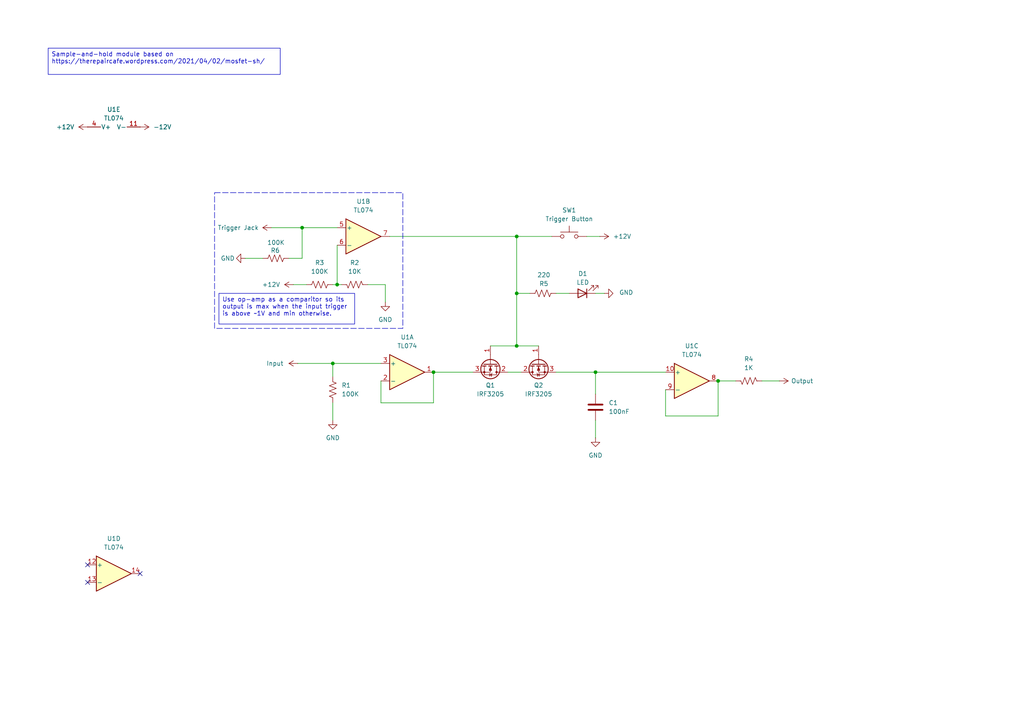
<source format=kicad_sch>
(kicad_sch (version 20231120) (generator "eeschema") (generator_version "8.0")
  (paper "A4")
  (lib_symbols
    (symbol "Amplifier_Operational:TL074" (pin_names (offset 0.127))
      (property "Reference" "U" (at 0 5.08 0))
      (property "Value" "TL074" (at 0 -5.08 0))
      (symbol "TL074_1_1"
        (polyline (pts (xy -5.08 5.08) (xy 5.08 0) (xy -5.08 -5.08) (xy -5.08 5.08)) (stroke (width 0.254)) (fill (type background)))
        (pin output line (at 7.62 0 180) (length 2.54) (name "~") (number "1"))
        (pin input line (at -7.62 -2.54 0) (length 2.54) (name "-") (number "2"))
        (pin input line (at -7.62 2.54 0) (length 2.54) (name "+") (number "3"))
      )
      (symbol "TL074_2_1"
        (polyline (pts (xy -5.08 5.08) (xy 5.08 0) (xy -5.08 -5.08) (xy -5.08 5.08)) (stroke (width 0.254)) (fill (type background)))
        (pin input line (at -7.62 2.54 0) (length 2.54) (name "+") (number "5"))
        (pin input line (at -7.62 -2.54 0) (length 2.54) (name "-") (number "6"))
        (pin output line (at 7.62 0 180) (length 2.54) (name "~") (number "7"))
      )
      (symbol "TL074_3_1"
        (polyline (pts (xy -5.08 5.08) (xy 5.08 0) (xy -5.08 -5.08) (xy -5.08 5.08)) (stroke (width 0.254)) (fill (type background)))
        (pin input line (at -7.62 2.54 0) (length 2.54) (name "+") (number "10"))
        (pin output line (at 7.62 0 180) (length 2.54) (name "~") (number "8"))
        (pin input line (at -7.62 -2.54 0) (length 2.54) (name "-") (number "9"))
      )
      (symbol "TL074_4_1"
        (polyline (pts (xy -5.08 5.08) (xy 5.08 0) (xy -5.08 -5.08) (xy -5.08 5.08)) (stroke (width 0.254)) (fill (type background)))
        (pin input line (at -7.62 2.54 0) (length 2.54) (name "+") (number "12"))
        (pin input line (at -7.62 -2.54 0) (length 2.54) (name "-") (number "13"))
        (pin output line (at 7.62 0 180) (length 2.54) (name "~") (number "14"))
      )
      (symbol "TL074_5_1"
        (pin power_in line (at -2.54 -7.62 90) (length 3.81) (name "V-") (number "11"))
        (pin power_in line (at -2.54 7.62 270) (length 3.81) (name "V+") (number "4"))
      )
    )
    (symbol "Device:C" (pin_numbers hide) (pin_names (offset 0.254))
      (property "Reference" "C" (at 0.635 2.54 0))
      (property "Value" "C" (at 0.635 -2.54 0))
      (symbol "C_0_1"
        (polyline (pts (xy -2.032 -0.762) (xy 2.032 -0.762)) (stroke (width 0.508)))
        (polyline (pts (xy -2.032 0.762) (xy 2.032 0.762)) (stroke (width 0.508)))
      )
      (symbol "C_1_1"
        (pin passive line (at 0 3.81 270) (length 2.794) (name "~") (number "1"))
        (pin passive line (at 0 -3.81 90) (length 2.794) (name "~") (number "2"))
      )
    )
    (symbol "Device:LED" (pin_numbers hide) (pin_names (offset 1.016) hide)
      (property "Reference" "D" (at 0 2.54 0))
      (property "Value" "LED" (at 0 -2.54 0))
      (symbol "LED_0_1"
        (polyline (pts (xy -1.27 -1.27) (xy -1.27 1.27)) (stroke (width 0.254)))
        (polyline (pts (xy -1.27 0) (xy 1.27 0)))
        (polyline (pts (xy 1.27 -1.27) (xy 1.27 1.27) (xy -1.27 0) (xy 1.27 -1.27)) (stroke (width 0.254)))
        (polyline (pts (xy -3.048 -0.762) (xy -4.572 -2.286) (xy -3.81 -2.286) (xy -4.572 -2.286) (xy -4.572 -1.524)))
        (polyline (pts (xy -1.778 -0.762) (xy -3.302 -2.286) (xy -2.54 -2.286) (xy -3.302 -2.286) (xy -3.302 -1.524)))
      )
      (symbol "LED_1_1"
        (pin passive line (at -3.81 0 0) (length 2.54) (name "K") (number "1"))
        (pin passive line (at 3.81 0 180) (length 2.54) (name "A") (number "2"))
      )
    )
    (symbol "Device:R_US" (pin_numbers hide) (pin_names (offset 0))
      (property "Reference" "R" (at 2.54 0 90))
      (property "Value" "R_US" (at -2.54 0 90))
      (symbol "R_US_0_1"
        (polyline (pts (xy 0 -2.286) (xy 0 -2.54)))
        (polyline (pts (xy 0 2.286) (xy 0 2.54)))
        (polyline (pts (xy 0 -0.762) (xy 1.016 -1.143) (xy 0 -1.524) (xy -1.016 -1.905) (xy 0 -2.286)))
        (polyline (pts (xy 0 0.762) (xy 1.016 0.381) (xy 0 0) (xy -1.016 -0.381) (xy 0 -0.762)))
        (polyline (pts (xy 0 2.286) (xy 1.016 1.905) (xy 0 1.524) (xy -1.016 1.143) (xy 0 0.762)))
      )
      (symbol "R_US_1_1"
        (pin passive line (at 0 3.81 270) (length 1.27) (name "~") (number "1"))
        (pin passive line (at 0 -3.81 90) (length 1.27) (name "~") (number "2"))
      )
    )
    (symbol "Switch:SW_Push" (pin_numbers hide) (pin_names (offset 1.016) hide)
      (property "Reference" "SW" (at 1.27 2.54 0))
      (property "Value" "SW_Push" (at 0 -1.524 0))
      (symbol "SW_Push_0_1"
        (circle (center -2.032 0) (radius 0.508))
        (polyline (pts (xy 0 1.27) (xy 0 3.048)))
        (polyline (pts (xy 2.54 1.27) (xy -2.54 1.27)))
        (circle (center 2.032 0) (radius 0.508))
        (pin passive line (at -5.08 0 0) (length 2.54) (name "1") (number "1"))
        (pin passive line (at 5.08 0 180) (length 2.54) (name "2") (number "2"))
      )
    )
    (symbol "Transistor_FET:IRF3205" (pin_names hide)
      (property "Reference" "Q" (at 5.08 1.905 0))
      (property "Value" "IRF3205" (at 5.08 0 0))
      (symbol "IRF3205_0_1"
        (polyline (pts (xy 0.254 0) (xy -2.54 0)))
        (polyline (pts (xy 0.254 1.905) (xy 0.254 -1.905)) (stroke (width 0.254)))
        (polyline (pts (xy 0.762 -1.27) (xy 0.762 -2.286)) (stroke (width 0.254)))
        (polyline (pts (xy 0.762 0.508) (xy 0.762 -0.508)) (stroke (width 0.254)))
        (polyline (pts (xy 0.762 2.286) (xy 0.762 1.27)) (stroke (width 0.254)))
        (polyline (pts (xy 2.54 2.54) (xy 2.54 1.778)))
        (polyline (pts (xy 2.54 -2.54) (xy 2.54 0) (xy 0.762 0)))
        (polyline (pts (xy 0.762 -1.778) (xy 3.302 -1.778) (xy 3.302 1.778) (xy 0.762 1.778)))
        (polyline (pts (xy 1.016 0) (xy 2.032 0.381) (xy 2.032 -0.381) (xy 1.016 0)) (fill (type outline)))
        (polyline (pts (xy 2.794 0.508) (xy 2.921 0.381) (xy 3.683 0.381) (xy 3.81 0.254)))
        (polyline (pts (xy 3.302 0.381) (xy 2.921 -0.254) (xy 3.683 -0.254) (xy 3.302 0.381)))
        (circle (center 1.651 0) (radius 2.794) (stroke (width 0.254)))
        (circle (center 2.54 -1.778) (radius 0.254) (fill (type outline)))
        (circle (center 2.54 1.778) (radius 0.254) (fill (type outline)))
      )
      (symbol "IRF3205_1_1"
        (pin input line (at -5.08 0 0) (length 2.54) (name "G") (number "1"))
        (pin passive line (at 2.54 5.08 270) (length 2.54) (name "D") (number "2"))
        (pin passive line (at 2.54 -5.08 90) (length 2.54) (name "S") (number "3"))
      )
    )
    (symbol "power:GND" (power) (pin_numbers hide) (pin_names (offset 0) hide)
      (property "Value" "GND" (at 0 -3.81 0))
      (symbol "GND_0_1"
        (polyline (pts (xy 0 0) (xy 0 -1.27) (xy 1.27 -1.27) (xy 0 -2.54) (xy -1.27 -1.27) (xy 0 -1.27)))
      )
      (symbol "GND_1_1"
        (pin power_in line (at 0 0 270) (length 0) (name "~") (number "1"))
      )
    )
    (symbol "power:VAA" (power) (pin_numbers hide) (pin_names (offset 0) hide)
      (property "Value" "VAA" (at 0 3.556 0))
      (symbol "VAA_0_1"
        (polyline (pts (xy -0.762 1.27) (xy 0 2.54)))
        (polyline (pts (xy 0 0) (xy 0 2.54)))
        (polyline (pts (xy 0 2.54) (xy 0.762 1.27)))
      )
      (symbol "VAA_1_1"
        (pin power_in line (at 0 0 90) (length 0) (name "~") (number "1"))
      )
    )
    (symbol "power:VCC" (power) (pin_numbers hide) (pin_names (offset 0) hide)
      (property "Value" "VCC" (at 0 3.556 0))
      (symbol "VCC_0_1"
        (polyline (pts (xy -0.762 1.27) (xy 0 2.54)))
        (polyline (pts (xy 0 0) (xy 0 2.54)))
        (polyline (pts (xy 0 2.54) (xy 0.762 1.27)))
      )
      (symbol "VCC_1_1"
        (pin power_in line (at 0 0 90) (length 0) (name "~") (number "1"))
      )
    )
  )
  (junction (at 149.86 100.33))
  (junction (at 149.86 85.09))
  (junction (at 149.86 68.58))
  (junction (at 87.63 66.04))
  (junction (at 208.28 110.49))
  (junction (at 125.73 107.95))
  (junction (at 172.72 107.95))
  (junction (at 97.79 82.55))
  (junction (at 96.52 105.41))
  (no_connect (at 40.64 166.37))
  (no_connect (at 25.4 168.91))
  (no_connect (at 25.4 163.83))
  (wire (pts (xy 111.76 82.55) (xy 106.68 82.55)))
  (wire (pts (xy 113.03 68.58) (xy 149.86 68.58)))
  (wire (pts (xy 193.04 120.65) (xy 208.28 120.65)))
  (wire (pts (xy 156.21 100.33) (xy 149.86 100.33)))
  (wire (pts (xy 86.36 105.41) (xy 96.52 105.41)))
  (wire (pts (xy 161.29 107.95) (xy 172.72 107.95)))
  (wire (pts (xy 83.82 74.93) (xy 87.63 74.93)))
  (wire (pts (xy 96.52 82.55) (xy 97.79 82.55)))
  (wire (pts (xy 125.73 107.95) (xy 125.73 116.84)))
  (wire (pts (xy 193.04 113.03) (xy 193.04 120.65)))
  (wire (pts (xy 76.2 74.93) (xy 71.12 74.93)))
  (wire (pts (xy 170.18 68.58) (xy 173.99 68.58)))
  (wire (pts (xy 208.28 110.49) (xy 213.36 110.49)))
  (wire (pts (xy 208.28 120.65) (xy 208.28 110.49)))
  (wire (pts (xy 149.86 85.09) (xy 153.67 85.09)))
  (wire (pts (xy 97.79 71.12) (xy 97.79 82.55)))
  (wire (pts (xy 96.52 105.41) (xy 96.52 109.22)))
  (wire (pts (xy 151.13 107.95) (xy 147.32 107.95)))
  (wire (pts (xy 85.09 82.55) (xy 88.9 82.55)))
  (wire (pts (xy 149.86 85.09) (xy 149.86 100.33)))
  (wire (pts (xy 111.76 82.55) (xy 111.76 87.63)))
  (wire (pts (xy 172.72 121.92) (xy 172.72 127)))
  (wire (pts (xy 172.72 107.95) (xy 172.72 114.3)))
  (wire (pts (xy 172.72 107.95) (xy 193.04 107.95)))
  (wire (pts (xy 110.49 116.84) (xy 125.73 116.84)))
  (wire (pts (xy 161.29 85.09) (xy 165.1 85.09)))
  (wire (pts (xy 149.86 68.58) (xy 160.02 68.58)))
  (wire (pts (xy 110.49 110.49) (xy 110.49 116.84)))
  (wire (pts (xy 220.98 110.49) (xy 226.06 110.49)))
  (wire (pts (xy 96.52 105.41) (xy 110.49 105.41)))
  (wire (pts (xy 96.52 116.84) (xy 96.52 121.92)))
  (wire (pts (xy 172.72 85.09) (xy 175.26 85.09)))
  (wire (pts (xy 97.79 82.55) (xy 99.06 82.55)))
  (wire (pts (xy 149.86 68.58) (xy 149.86 85.09)))
  (wire (pts (xy 87.63 74.93) (xy 87.63 66.04)))
  (wire (pts (xy 149.86 100.33) (xy 142.24 100.33)))
  (wire (pts (xy 78.74 66.04) (xy 87.63 66.04)))
  (wire (pts (xy 125.73 107.95) (xy 137.16 107.95)))
  (wire (pts (xy 87.63 66.04) (xy 97.79 66.04)))
  (rectangle (start 62.23 55.88) (end 116.84 95.25) (stroke (width 0) (type dash)))
  (text_box "Use op-amp as a comparitor so its output is max when the input trigger is above ~1V and min otherwise." (at 63.5 85.09 0) (size 39.37 8.89) (effects (font (size 1.27 1.27)) (justify left top)))
  (text_box "Sample-and-hold module based on https://therepaircafe.wordpress.com/2021/04/02/mosfet-sh/" (at 13.97 13.97 0) (size 67.31 7.62) (effects (font (size 1.27 1.27)) (justify left top)))
  (symbol (lib_id "Amplifier_Operational:TL074") (at 33.02 166.37 0) (unit 4)
    (property "Reference" "U1" (at 33.02 156.21 0))
    (property "Value" "TL074" (at 33.02 158.75 0))
    (property "Datasheet" "http://www.ti.com/lit/ds/symlink/tl071.pdf" (effects (hide yes)))
    (property "Description" "Quad Low-Noise JFET-Input Operational Amplifiers, DIP-14/SOIC-14" (effects (hide yes)))
  )
  (symbol (lib_id "power:GND") (at 111.76 87.63 0) (mirror y) (unit 1)
    (property "Reference" "#PWR03" (effects (hide yes)))
    (property "Value" "GND" (at 111.76 92.71 0))
    (property "Description" "Power symbol creates a global label with name \"GND\" , ground" (effects (hide yes)))
  )
  (symbol (lib_id "power:GND") (at 71.12 74.93 270) (unit 1)
    (property "Reference" "#PWR012" (effects (hide yes)))
    (property "Value" "GND" (at 66.04 74.93 90))
    (property "Description" "Power symbol creates a global label with name \"GND\" , ground" (effects (hide yes)))
  )
  (symbol (lib_id "Amplifier_Operational:TL074") (at 33.02 34.29 90) (unit 5)
    (property "Reference" "U1" (at 33.02 31.75 90))
    (property "Value" "TL074" (at 33.02 34.29 90))
    (property "Datasheet" "http://www.ti.com/lit/ds/symlink/tl071.pdf" (effects (hide yes)))
    (property "Description" "Quad Low-Noise JFET-Input Operational Amplifiers, DIP-14/SOIC-14" (effects (hide yes)))
  )
  (symbol (lib_id "Amplifier_Operational:TL074") (at 118.11 107.95 0) (unit 1)
    (property "Reference" "U1" (at 118.11 97.79 0))
    (property "Value" "TL074" (at 118.11 100.33 0))
    (property "Datasheet" "http://www.ti.com/lit/ds/symlink/tl071.pdf" (effects (hide yes)))
    (property "Description" "Quad Low-Noise JFET-Input Operational Amplifiers, DIP-14/SOIC-14" (effects (hide yes)))
  )
  (symbol (lib_id "power:GND") (at 96.52 121.92 0) (unit 1)
    (property "Reference" "#PWR01" (effects (hide yes)))
    (property "Value" "GND" (at 96.52 127 0))
    (property "Description" "Power symbol creates a global label with name \"GND\" , ground" (effects (hide yes)))
  )
  (symbol (lib_id "power:VCC") (at 25.4 36.83 90) (unit 1)
    (property "Reference" "#PWR04" (effects (hide yes)))
    (property "Value" "+12V" (at 21.59 36.8299 90) (effects (justify left)))
    (property "Description" "Power symbol creates a global label with name \"VCC\"" (effects (hide yes)))
  )
  (symbol (lib_id "Amplifier_Operational:TL074") (at 200.66 110.49 0) (unit 3)
    (property "Reference" "U1" (at 200.66 100.33 0))
    (property "Value" "TL074" (at 200.66 102.87 0))
    (property "Datasheet" "http://www.ti.com/lit/ds/symlink/tl071.pdf" (effects (hide yes)))
    (property "Description" "Quad Low-Noise JFET-Input Operational Amplifiers, DIP-14/SOIC-14" (effects (hide yes)))
  )
  (symbol (lib_id "Device:R_US") (at 96.52 113.03 180) (unit 1)
    (property "Reference" "R1" (at 99.06 111.7599 0) (effects (justify right)))
    (property "Value" "100K" (at 99.06 114.2999 0) (effects (justify right)))
    (property "Description" "Resistor, US symbol" (effects (hide yes)))
  )
  (symbol (lib_id "Amplifier_Operational:TL074") (at 105.41 68.58 0) (unit 2)
    (property "Reference" "U1" (at 105.41 58.42 0))
    (property "Value" "TL074" (at 105.41 60.96 0))
    (property "Datasheet" "http://www.ti.com/lit/ds/symlink/tl071.pdf" (effects (hide yes)))
    (property "Description" "Quad Low-Noise JFET-Input Operational Amplifiers, DIP-14/SOIC-14" (effects (hide yes)))
  )
  (symbol (lib_id "Device:R_US") (at 80.01 74.93 90) (unit 1)
    (property "Reference" "R6" (at 78.486 72.644 90) (effects (justify right)))
    (property "Value" "100K" (at 77.47 70.358 90) (effects (justify right)))
    (property "Description" "Resistor, US symbol" (effects (hide yes)))
  )
  (symbol (lib_id "Device:LED") (at 168.91 85.09 180) (unit 1)
    (property "Reference" "D1" (at 169.037 79.375 0))
    (property "Value" "LED" (at 169.037 81.915 0))
    (property "Description" "Light emitting diode" (effects (hide yes)))
  )
  (symbol (lib_id "Transistor_FET:IRF3205") (at 142.24 105.41 270) (unit 1)
    (property "Reference" "Q1" (at 142.24 111.76 90))
    (property "Value" "IRF3205" (at 142.24 114.3 90))
    (property "Footprint" "Package_TO_SOT_THT:TO-220-3_Vertical" (effects (hide yes)))
    (property "Datasheet" "http://www.irf.com/product-info/datasheets/data/irf3205.pdf" (effects (hide yes)))
    (property "Description" "110A Id, 55V Vds, Single N-Channel HEXFET Power MOSFET, 8mOhm Ron, TO-220AB" (effects (hide yes)))
  )
  (symbol (lib_id "power:VAA") (at 86.36 105.41 90) (unit 1)
    (property "Reference" "#PWR02" (effects (hide yes)))
    (property "Value" "Input" (at 79.756 105.41 90))
    (property "Description" "Power symbol creates a global label with name \"VAA\"" (effects (hide yes)))
  )
  (symbol (lib_id "Device:R_US") (at 92.71 82.55 270) (unit 1)
    (property "Reference" "R3" (at 92.71 76.2 90))
    (property "Value" "100K" (at 92.71 78.74 90))
    (property "Description" "Resistor, US symbol" (effects (hide yes)))
  )
  (symbol (lib_id "Device:R_US") (at 217.17 110.49 90) (mirror x) (unit 1)
    (property "Reference" "R4" (at 217.17 104.14 90))
    (property "Value" "1K" (at 217.17 106.68 90))
    (property "Description" "Resistor, US symbol" (effects (hide yes)))
  )
  (symbol (lib_id "Device:R_US") (at 102.87 82.55 90) (mirror x) (unit 1)
    (property "Reference" "R2" (at 102.87 76.2 90))
    (property "Value" "10K" (at 102.87 78.74 90))
    (property "Description" "Resistor, US symbol" (effects (hide yes)))
  )
  (symbol (lib_id "power:VCC") (at 173.99 68.58 270) (mirror x) (unit 1)
    (property "Reference" "#PWR010" (effects (hide yes)))
    (property "Value" "+12V" (at 177.8 68.5799 90) (effects (justify left)))
    (property "Description" "Power symbol creates a global label with name \"VCC\"" (effects (hide yes)))
  )
  (symbol (lib_id "power:VAA") (at 226.06 110.49 270) (unit 1)
    (property "Reference" "#PWR09" (effects (hide yes)))
    (property "Value" "Output" (at 232.664 110.49 90))
    (property "Description" "Power symbol creates a global label with name \"VAA\"" (effects (hide yes)))
  )
  (symbol (lib_id "Switch:SW_Push") (at 165.1 68.58 0) (unit 1)
    (property "Reference" "SW1" (at 165.1 60.96 0))
    (property "Value" "Trigger Button" (at 165.1 63.5 0))
    (property "Description" "Push button switch, generic, two pins" (effects (hide yes)))
  )
  (symbol (lib_id "power:VCC") (at 85.09 82.55 90) (unit 1)
    (property "Reference" "#PWR06" (effects (hide yes)))
    (property "Value" "+12V" (at 81.28 82.5499 90) (effects (justify left)))
    (property "Description" "Power symbol creates a global label with name \"VCC\"" (effects (hide yes)))
  )
  (symbol (lib_id "power:VCC") (at 40.64 36.83 270) (unit 1)
    (property "Reference" "#PWR05" (effects (hide yes)))
    (property "Value" "-12V" (at 44.45 36.8299 90) (effects (justify left)))
    (property "Description" "Power symbol creates a global label with name \"VCC\"" (effects (hide yes)))
  )
  (symbol (lib_id "Transistor_FET:IRF3205") (at 156.21 105.41 90) (mirror x) (unit 1)
    (property "Reference" "Q2" (at 156.21 111.76 90))
    (property "Value" "IRF3205" (at 156.21 114.3 90))
    (property "Footprint" "Package_TO_SOT_THT:TO-220-3_Vertical" (effects (hide yes)))
    (property "Datasheet" "http://www.irf.com/product-info/datasheets/data/irf3205.pdf" (effects (hide yes)))
    (property "Description" "110A Id, 55V Vds, Single N-Channel HEXFET Power MOSFET, 8mOhm Ron, TO-220AB" (effects (hide yes)))
  )
  (symbol (lib_id "power:GND") (at 175.26 85.09 90) (unit 1)
    (property "Reference" "#PWR011" (effects (hide yes)))
    (property "Value" "GND" (at 179.578 84.836 90) (effects (justify right)))
    (property "Description" "Power symbol creates a global label with name \"GND\" , ground" (effects (hide yes)))
  )
  (symbol (lib_id "Device:R_US") (at 157.48 85.09 270) (unit 1)
    (property "Reference" "R5" (at 157.734 82.296 90))
    (property "Value" "220" (at 157.734 79.756 90))
    (property "Description" "Resistor, US symbol" (effects (hide yes)))
  )
  (symbol (lib_id "Device:C") (at 172.72 118.11 180) (unit 1)
    (property "Reference" "C1" (at 176.53 116.8399 0) (effects (justify right)))
    (property "Value" "100nF" (at 176.53 119.3799 0) (effects (justify right)))
    (property "Description" "Unpolarized capacitor" (effects (hide yes)))
  )
  (symbol (lib_id "power:GND") (at 172.72 127 0) (unit 1)
    (property "Reference" "#PWR08" (effects (hide yes)))
    (property "Value" "GND" (at 172.72 132.08 0))
    (property "Description" "Power symbol creates a global label with name \"GND\" , ground" (effects (hide yes)))
  )
  (symbol (lib_id "power:VAA") (at 78.74 66.04 90) (unit 1)
    (property "Reference" "#PWR07" (effects (hide yes)))
    (property "Value" "Trigger Jack" (at 69.088 66.04 90))
    (property "Description" "Power symbol creates a global label with name \"VAA\"" (effects (hide yes)))
  )
)
</source>
